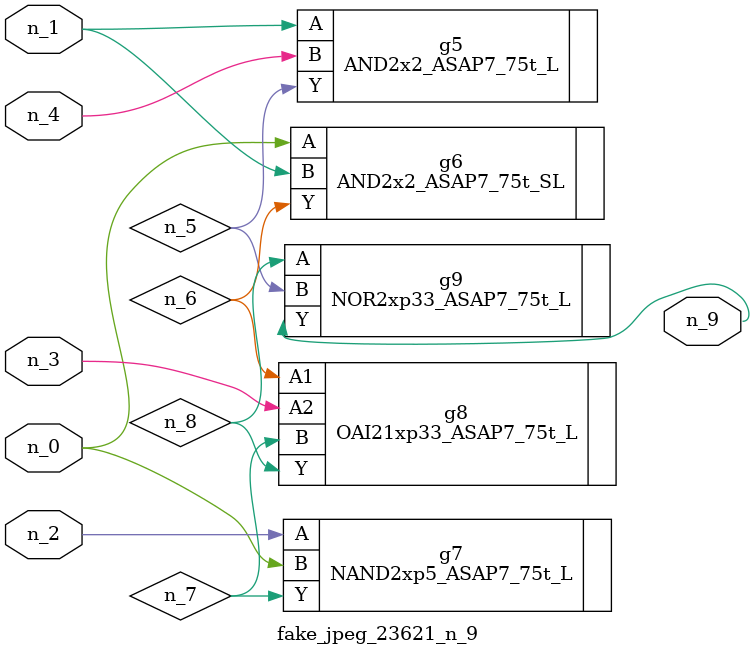
<source format=v>
module fake_jpeg_23621_n_9 (n_3, n_2, n_1, n_0, n_4, n_9);

input n_3;
input n_2;
input n_1;
input n_0;
input n_4;

output n_9;

wire n_8;
wire n_6;
wire n_5;
wire n_7;

AND2x2_ASAP7_75t_L g5 ( 
.A(n_1),
.B(n_4),
.Y(n_5)
);

AND2x2_ASAP7_75t_SL g6 ( 
.A(n_0),
.B(n_1),
.Y(n_6)
);

NAND2xp5_ASAP7_75t_L g7 ( 
.A(n_2),
.B(n_0),
.Y(n_7)
);

OAI21xp33_ASAP7_75t_L g8 ( 
.A1(n_6),
.A2(n_3),
.B(n_7),
.Y(n_8)
);

NOR2xp33_ASAP7_75t_L g9 ( 
.A(n_8),
.B(n_5),
.Y(n_9)
);


endmodule
</source>
